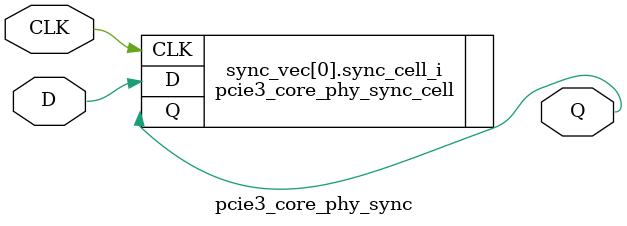
<source format=v>





`timescale 1ps / 1ps



//-------------------------------------------------------------------------------------------------
//  PHY Synchronizer Module
//-------------------------------------------------------------------------------------------------
module pcie3_core_phy_sync #
(
    parameter integer WIDTH = 1, 
    parameter integer STAGE = 2
)
(
    //-------------------------------------------------------------------------- 
    //  Input Ports
    //-------------------------------------------------------------------------- 
    input                               CLK,
    input       [WIDTH-1:0]             D,
    
    //-------------------------------------------------------------------------- 
    //  Output Ports
    //-------------------------------------------------------------------------- 
    output      [WIDTH-1:0]             Q
);                                                        



//--------------------------------------------------------------------------------------------------
//  Generate Synchronizer - Begin
//--------------------------------------------------------------------------------------------------
genvar i;

generate for (i=0; i<WIDTH; i=i+1) 

    begin : sync_vec

    //----------------------------------------------------------------------
    //  Synchronizer
    //----------------------------------------------------------------------
pcie3_core_phy_sync_cell #
    (
        .STAGE                            (STAGE)
    )    
    sync_cell_i
    (
        //------------------------------------------------------------------
        //  Input Ports
        //------------------------------------------------------------------
        .CLK                              (CLK),
        .D                                (D[i]),

        //------------------------------------------------------------------
        //  Output Ports
        //------------------------------------------------------------------
        .Q                                (Q[i])
    );
 
    end   
      
endgenerate 
//--------------------------------------------------------------------------------------------------
//  Generate - End
//--------------------------------------------------------------------------------------------------



endmodule





</source>
